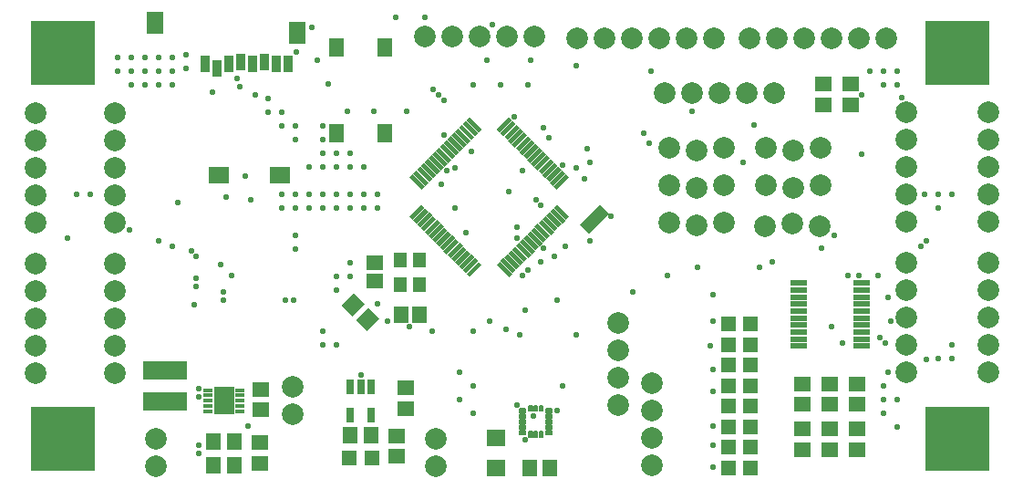
<source format=gbr>
G04 EAGLE Gerber RS-274X export*
G75*
%MOMM*%
%FSLAX34Y34*%
%LPD*%
%INSoldermask Top*%
%IPPOS*%
%AMOC8*
5,1,8,0,0,1.08239X$1,22.5*%
G01*
%ADD10R,1.602000X0.427000*%
%ADD11C,2.006600*%
%ADD12R,1.627000X1.427000*%
%ADD13R,1.427000X1.677000*%
%ADD14R,1.600200X0.482600*%
%ADD15R,1.327000X1.327000*%
%ADD16R,1.427000X1.627000*%
%ADD17R,0.635000X1.447800*%
%ADD18C,0.157409*%
%ADD19R,0.939800X0.381000*%
%ADD20R,1.879600X2.616200*%
%ADD21R,4.027000X1.727000*%
%ADD22R,1.219200X1.294350*%
%ADD23R,5.969000X5.969000*%
%ADD24R,1.727000X1.527000*%
%ADD25R,1.227000X1.427000*%
%ADD26R,1.927000X1.527000*%
%ADD27R,1.527000X2.027000*%
%ADD28R,0.927000X1.627000*%
%ADD29C,0.584200*%


D10*
G36*
X496797Y275333D02*
X508124Y286660D01*
X511143Y283641D01*
X499816Y272314D01*
X496797Y275333D01*
G37*
G36*
X493262Y278869D02*
X504589Y290196D01*
X507608Y287177D01*
X496281Y275850D01*
X493262Y278869D01*
G37*
G36*
X489726Y282404D02*
X501053Y293731D01*
X504072Y290712D01*
X492745Y279385D01*
X489726Y282404D01*
G37*
G36*
X486191Y285940D02*
X497518Y297267D01*
X500537Y294248D01*
X489210Y282921D01*
X486191Y285940D01*
G37*
G36*
X482655Y289475D02*
X493982Y300802D01*
X497001Y297783D01*
X485674Y286456D01*
X482655Y289475D01*
G37*
G36*
X479120Y293011D02*
X490447Y304338D01*
X493466Y301319D01*
X482139Y289992D01*
X479120Y293011D01*
G37*
G36*
X475584Y296546D02*
X486911Y307873D01*
X489930Y304854D01*
X478603Y293527D01*
X475584Y296546D01*
G37*
G36*
X472049Y300082D02*
X483376Y311409D01*
X486395Y308390D01*
X475068Y297063D01*
X472049Y300082D01*
G37*
G36*
X468513Y303618D02*
X479840Y314945D01*
X482859Y311926D01*
X471532Y300599D01*
X468513Y303618D01*
G37*
G36*
X464977Y307153D02*
X476304Y318480D01*
X479323Y315461D01*
X467996Y304134D01*
X464977Y307153D01*
G37*
G36*
X461442Y310689D02*
X472769Y322016D01*
X475788Y318997D01*
X464461Y307670D01*
X461442Y310689D01*
G37*
G36*
X457906Y314224D02*
X469233Y325551D01*
X472252Y322532D01*
X460925Y311205D01*
X457906Y314224D01*
G37*
G36*
X454371Y317760D02*
X465698Y329087D01*
X468717Y326068D01*
X457390Y314741D01*
X454371Y317760D01*
G37*
G36*
X450835Y321295D02*
X462162Y332622D01*
X465181Y329603D01*
X453854Y318276D01*
X450835Y321295D01*
G37*
G36*
X447300Y324831D02*
X458627Y336158D01*
X461646Y333139D01*
X450319Y321812D01*
X447300Y324831D01*
G37*
G36*
X443764Y328366D02*
X455091Y339693D01*
X458110Y336674D01*
X446783Y325347D01*
X443764Y328366D01*
G37*
G36*
X426977Y325347D02*
X415650Y336674D01*
X418669Y339693D01*
X429996Y328366D01*
X426977Y325347D01*
G37*
G36*
X423441Y321812D02*
X412114Y333139D01*
X415133Y336158D01*
X426460Y324831D01*
X423441Y321812D01*
G37*
G36*
X419906Y318276D02*
X408579Y329603D01*
X411598Y332622D01*
X422925Y321295D01*
X419906Y318276D01*
G37*
G36*
X416370Y314741D02*
X405043Y326068D01*
X408062Y329087D01*
X419389Y317760D01*
X416370Y314741D01*
G37*
G36*
X412835Y311205D02*
X401508Y322532D01*
X404527Y325551D01*
X415854Y314224D01*
X412835Y311205D01*
G37*
G36*
X409299Y307670D02*
X397972Y318997D01*
X400991Y322016D01*
X412318Y310689D01*
X409299Y307670D01*
G37*
G36*
X405764Y304134D02*
X394437Y315461D01*
X397456Y318480D01*
X408783Y307153D01*
X405764Y304134D01*
G37*
G36*
X402228Y300599D02*
X390901Y311926D01*
X393920Y314945D01*
X405247Y303618D01*
X402228Y300599D01*
G37*
G36*
X398692Y297063D02*
X387365Y308390D01*
X390384Y311409D01*
X401711Y300082D01*
X398692Y297063D01*
G37*
G36*
X395157Y293527D02*
X383830Y304854D01*
X386849Y307873D01*
X398176Y296546D01*
X395157Y293527D01*
G37*
G36*
X391621Y289992D02*
X380294Y301319D01*
X383313Y304338D01*
X394640Y293011D01*
X391621Y289992D01*
G37*
G36*
X388086Y286456D02*
X376759Y297783D01*
X379778Y300802D01*
X391105Y289475D01*
X388086Y286456D01*
G37*
G36*
X384550Y282921D02*
X373223Y294248D01*
X376242Y297267D01*
X387569Y285940D01*
X384550Y282921D01*
G37*
G36*
X381015Y279385D02*
X369688Y290712D01*
X372707Y293731D01*
X384034Y282404D01*
X381015Y279385D01*
G37*
G36*
X377479Y275850D02*
X366152Y287177D01*
X369171Y290196D01*
X380498Y278869D01*
X377479Y275850D01*
G37*
G36*
X373944Y272314D02*
X362617Y283641D01*
X365636Y286660D01*
X376963Y275333D01*
X373944Y272314D01*
G37*
G36*
X362617Y247219D02*
X373944Y258546D01*
X376963Y255527D01*
X365636Y244200D01*
X362617Y247219D01*
G37*
G36*
X366152Y243683D02*
X377479Y255010D01*
X380498Y251991D01*
X369171Y240664D01*
X366152Y243683D01*
G37*
G36*
X369688Y240148D02*
X381015Y251475D01*
X384034Y248456D01*
X372707Y237129D01*
X369688Y240148D01*
G37*
G36*
X373223Y236612D02*
X384550Y247939D01*
X387569Y244920D01*
X376242Y233593D01*
X373223Y236612D01*
G37*
G36*
X376759Y233077D02*
X388086Y244404D01*
X391105Y241385D01*
X379778Y230058D01*
X376759Y233077D01*
G37*
G36*
X380294Y229541D02*
X391621Y240868D01*
X394640Y237849D01*
X383313Y226522D01*
X380294Y229541D01*
G37*
G36*
X383830Y226006D02*
X395157Y237333D01*
X398176Y234314D01*
X386849Y222987D01*
X383830Y226006D01*
G37*
G36*
X387365Y222470D02*
X398692Y233797D01*
X401711Y230778D01*
X390384Y219451D01*
X387365Y222470D01*
G37*
G36*
X390901Y218934D02*
X402228Y230261D01*
X405247Y227242D01*
X393920Y215915D01*
X390901Y218934D01*
G37*
G36*
X394437Y215399D02*
X405764Y226726D01*
X408783Y223707D01*
X397456Y212380D01*
X394437Y215399D01*
G37*
G36*
X397972Y211863D02*
X409299Y223190D01*
X412318Y220171D01*
X400991Y208844D01*
X397972Y211863D01*
G37*
G36*
X401508Y208328D02*
X412835Y219655D01*
X415854Y216636D01*
X404527Y205309D01*
X401508Y208328D01*
G37*
G36*
X405043Y204792D02*
X416370Y216119D01*
X419389Y213100D01*
X408062Y201773D01*
X405043Y204792D01*
G37*
G36*
X408579Y201257D02*
X419906Y212584D01*
X422925Y209565D01*
X411598Y198238D01*
X408579Y201257D01*
G37*
G36*
X412114Y197721D02*
X423441Y209048D01*
X426460Y206029D01*
X415133Y194702D01*
X412114Y197721D01*
G37*
G36*
X415650Y194186D02*
X426977Y205513D01*
X429996Y202494D01*
X418669Y191167D01*
X415650Y194186D01*
G37*
G36*
X455091Y191167D02*
X443764Y202494D01*
X446783Y205513D01*
X458110Y194186D01*
X455091Y191167D01*
G37*
G36*
X458627Y194702D02*
X447300Y206029D01*
X450319Y209048D01*
X461646Y197721D01*
X458627Y194702D01*
G37*
G36*
X462162Y198238D02*
X450835Y209565D01*
X453854Y212584D01*
X465181Y201257D01*
X462162Y198238D01*
G37*
G36*
X465698Y201773D02*
X454371Y213100D01*
X457390Y216119D01*
X468717Y204792D01*
X465698Y201773D01*
G37*
G36*
X469233Y205309D02*
X457906Y216636D01*
X460925Y219655D01*
X472252Y208328D01*
X469233Y205309D01*
G37*
G36*
X472769Y208844D02*
X461442Y220171D01*
X464461Y223190D01*
X475788Y211863D01*
X472769Y208844D01*
G37*
G36*
X476304Y212380D02*
X464977Y223707D01*
X467996Y226726D01*
X479323Y215399D01*
X476304Y212380D01*
G37*
G36*
X479840Y215915D02*
X468513Y227242D01*
X471532Y230261D01*
X482859Y218934D01*
X479840Y215915D01*
G37*
G36*
X483376Y219451D02*
X472049Y230778D01*
X475068Y233797D01*
X486395Y222470D01*
X483376Y219451D01*
G37*
G36*
X486911Y222987D02*
X475584Y234314D01*
X478603Y237333D01*
X489930Y226006D01*
X486911Y222987D01*
G37*
G36*
X490447Y226522D02*
X479120Y237849D01*
X482139Y240868D01*
X493466Y229541D01*
X490447Y226522D01*
G37*
G36*
X493982Y230058D02*
X482655Y241385D01*
X485674Y244404D01*
X497001Y233077D01*
X493982Y230058D01*
G37*
G36*
X497518Y233593D02*
X486191Y244920D01*
X489210Y247939D01*
X500537Y236612D01*
X497518Y233593D01*
G37*
G36*
X501053Y237129D02*
X489726Y248456D01*
X492745Y251475D01*
X504072Y240148D01*
X501053Y237129D01*
G37*
G36*
X504589Y240664D02*
X493262Y251991D01*
X496281Y255010D01*
X507608Y243683D01*
X504589Y240664D01*
G37*
G36*
X508124Y244200D02*
X496797Y255527D01*
X499816Y258546D01*
X511143Y247219D01*
X508124Y244200D01*
G37*
D11*
X599440Y361950D03*
X624840Y361950D03*
X650240Y361950D03*
X675640Y361950D03*
X701040Y361950D03*
X15240Y241300D03*
X15240Y266700D03*
X15240Y292100D03*
X15240Y317500D03*
X15240Y342900D03*
D12*
X727710Y92050D03*
X727710Y73050D03*
X753110Y31140D03*
X753110Y50140D03*
X753110Y92050D03*
X753110Y73050D03*
X778510Y31140D03*
X778510Y50140D03*
X778510Y92050D03*
X778510Y73050D03*
X727710Y31140D03*
X727710Y50140D03*
D13*
X295000Y404240D03*
X295000Y324740D03*
X340000Y404240D03*
X340000Y324740D03*
D14*
X723900Y185460D03*
X723900Y178960D03*
X723900Y172460D03*
X723900Y165960D03*
X723900Y159460D03*
X723900Y152960D03*
X723900Y146460D03*
X723900Y139960D03*
X723900Y133460D03*
X723900Y126960D03*
X782320Y126960D03*
X782320Y133460D03*
X782320Y139960D03*
X782320Y146460D03*
X782320Y152960D03*
X782320Y159460D03*
X782320Y165960D03*
X782320Y172460D03*
X782320Y178960D03*
X782320Y185460D03*
D11*
X678180Y412750D03*
X703580Y412750D03*
X728980Y412750D03*
X754380Y412750D03*
X779780Y412750D03*
X805180Y412750D03*
X88900Y241300D03*
X88900Y266700D03*
X88900Y292100D03*
X88900Y317500D03*
X88900Y342900D03*
X15240Y101600D03*
X15240Y127000D03*
X15240Y152400D03*
X15240Y177800D03*
X15240Y203200D03*
X88900Y101600D03*
X88900Y127000D03*
X88900Y152400D03*
X88900Y177800D03*
X88900Y203200D03*
X900430Y242570D03*
X900430Y267970D03*
X900430Y293370D03*
X900430Y318770D03*
X900430Y344170D03*
X824230Y242570D03*
X824230Y267970D03*
X824230Y293370D03*
X824230Y318770D03*
X824230Y344170D03*
X900430Y102870D03*
X900430Y128270D03*
X900430Y153670D03*
X900430Y179070D03*
X900430Y204470D03*
X824230Y102870D03*
X824230Y128270D03*
X824230Y153670D03*
X824230Y179070D03*
X824230Y204470D03*
X478790Y414020D03*
X453390Y414020D03*
X427990Y414020D03*
X402590Y414020D03*
X377190Y414020D03*
D15*
X679790Y147320D03*
X658790Y147320D03*
X679790Y128270D03*
X658790Y128270D03*
X679790Y109220D03*
X658790Y109220D03*
X679790Y90170D03*
X658790Y90170D03*
X679790Y71120D03*
X658790Y71120D03*
X679790Y52070D03*
X658790Y52070D03*
X679790Y33020D03*
X658790Y33020D03*
X679790Y13970D03*
X658790Y13970D03*
D12*
X772160Y370180D03*
X772160Y351180D03*
X746760Y370180D03*
X746760Y351180D03*
D11*
X744030Y238530D03*
X718630Y241070D03*
X693230Y238530D03*
D12*
X350520Y24790D03*
X350520Y43790D03*
D16*
X308000Y44450D03*
X327000Y44450D03*
D17*
X327000Y89154D03*
X317500Y89154D03*
X308000Y89154D03*
X308000Y63246D03*
X327000Y63246D03*
D15*
X328000Y22860D03*
X307000Y22860D03*
D12*
X359410Y88240D03*
X359410Y69240D03*
D18*
X489762Y48748D02*
X494758Y48748D01*
X494758Y45552D01*
X489762Y45552D01*
X489762Y48748D01*
X489762Y47047D02*
X494758Y47047D01*
X494758Y48542D02*
X489762Y48542D01*
X489762Y53748D02*
X494758Y53748D01*
X494758Y50552D01*
X489762Y50552D01*
X489762Y53748D01*
X489762Y52047D02*
X494758Y52047D01*
X494758Y53542D02*
X489762Y53542D01*
X489762Y58748D02*
X494758Y58748D01*
X494758Y55552D01*
X489762Y55552D01*
X489762Y58748D01*
X489762Y57047D02*
X494758Y57047D01*
X494758Y58542D02*
X489762Y58542D01*
X489762Y63748D02*
X494758Y63748D01*
X494758Y60552D01*
X489762Y60552D01*
X489762Y63748D01*
X489762Y62047D02*
X494758Y62047D01*
X494758Y63542D02*
X489762Y63542D01*
X489762Y68748D02*
X494758Y68748D01*
X494758Y65552D01*
X489762Y65552D01*
X489762Y68748D01*
X489762Y67047D02*
X494758Y67047D01*
X494758Y68542D02*
X489762Y68542D01*
X483462Y66852D02*
X483462Y71848D01*
X486658Y71848D01*
X486658Y66852D01*
X483462Y66852D01*
X483462Y68347D02*
X486658Y68347D01*
X486658Y69842D02*
X483462Y69842D01*
X483462Y71337D02*
X486658Y71337D01*
X478462Y71848D02*
X478462Y66852D01*
X478462Y71848D02*
X481658Y71848D01*
X481658Y66852D01*
X478462Y66852D01*
X478462Y68347D02*
X481658Y68347D01*
X481658Y69842D02*
X478462Y69842D01*
X478462Y71337D02*
X481658Y71337D01*
X473462Y71848D02*
X473462Y66852D01*
X473462Y71848D02*
X476658Y71848D01*
X476658Y66852D01*
X473462Y66852D01*
X473462Y68347D02*
X476658Y68347D01*
X476658Y69842D02*
X473462Y69842D01*
X473462Y71337D02*
X476658Y71337D01*
X470358Y65552D02*
X465362Y65552D01*
X465362Y68748D01*
X470358Y68748D01*
X470358Y65552D01*
X470358Y67047D02*
X465362Y67047D01*
X465362Y68542D02*
X470358Y68542D01*
X470358Y60552D02*
X465362Y60552D01*
X465362Y63748D01*
X470358Y63748D01*
X470358Y60552D01*
X470358Y62047D02*
X465362Y62047D01*
X465362Y63542D02*
X470358Y63542D01*
X470358Y55552D02*
X465362Y55552D01*
X465362Y58748D01*
X470358Y58748D01*
X470358Y55552D01*
X470358Y57047D02*
X465362Y57047D01*
X465362Y58542D02*
X470358Y58542D01*
X470358Y50552D02*
X465362Y50552D01*
X465362Y53748D01*
X470358Y53748D01*
X470358Y50552D01*
X470358Y52047D02*
X465362Y52047D01*
X465362Y53542D02*
X470358Y53542D01*
X470358Y45552D02*
X465362Y45552D01*
X465362Y48748D01*
X470358Y48748D01*
X470358Y45552D01*
X470358Y47047D02*
X465362Y47047D01*
X465362Y48542D02*
X470358Y48542D01*
X476658Y47448D02*
X476658Y42452D01*
X473462Y42452D01*
X473462Y47448D01*
X476658Y47448D01*
X476658Y43947D02*
X473462Y43947D01*
X473462Y45442D02*
X476658Y45442D01*
X476658Y46937D02*
X473462Y46937D01*
X481658Y47448D02*
X481658Y42452D01*
X478462Y42452D01*
X478462Y47448D01*
X481658Y47448D01*
X481658Y43947D02*
X478462Y43947D01*
X478462Y45442D02*
X481658Y45442D01*
X481658Y46937D02*
X478462Y46937D01*
X486658Y47448D02*
X486658Y42452D01*
X483462Y42452D01*
X483462Y47448D01*
X486658Y47448D01*
X486658Y43947D02*
X483462Y43947D01*
X483462Y45442D02*
X486658Y45442D01*
X486658Y46937D02*
X483462Y46937D01*
D11*
X518160Y412750D03*
X543560Y412750D03*
X568960Y412750D03*
X594360Y412750D03*
X619760Y412750D03*
X645160Y412750D03*
X387350Y15240D03*
X387350Y40640D03*
X254000Y63500D03*
X254000Y88900D03*
D19*
X205232Y66197D03*
X205232Y71199D03*
X205232Y76200D03*
X205232Y81201D03*
X205232Y86203D03*
X175768Y86203D03*
X175768Y81201D03*
X175768Y76200D03*
X175768Y71199D03*
X175768Y66197D03*
D20*
X190500Y76200D03*
D12*
X224790Y86970D03*
X224790Y67970D03*
D16*
X181000Y16510D03*
X200000Y16510D03*
D12*
X223520Y18440D03*
X223520Y37440D03*
D16*
X200000Y38100D03*
X181000Y38100D03*
D21*
X135890Y75670D03*
X135890Y104670D03*
D22*
G36*
X530172Y249233D02*
X538793Y240612D01*
X529642Y231461D01*
X521021Y240082D01*
X530172Y249233D01*
G37*
G36*
X539698Y258759D02*
X548319Y250138D01*
X539168Y240987D01*
X530547Y249608D01*
X539698Y258759D01*
G37*
D23*
X40640Y398780D03*
X871220Y398780D03*
X40640Y40640D03*
X871220Y40640D03*
D11*
X127000Y15240D03*
X127000Y40640D03*
D16*
X493370Y13970D03*
X474370Y13970D03*
D24*
X443230Y41940D03*
X443230Y13940D03*
D25*
X354220Y207080D03*
X354220Y184080D03*
X372220Y184080D03*
X372220Y207080D03*
D16*
X371720Y156210D03*
X354720Y156210D03*
D12*
X330200Y204080D03*
X330200Y187080D03*
D16*
G36*
X310075Y154671D02*
X299985Y164761D01*
X311489Y176265D01*
X321579Y166175D01*
X310075Y154671D01*
G37*
G36*
X323511Y141235D02*
X313421Y151325D01*
X324925Y162829D01*
X335015Y152739D01*
X323511Y141235D01*
G37*
D11*
X556260Y148590D03*
X556260Y123190D03*
X556260Y97790D03*
X556260Y72390D03*
X588010Y92710D03*
X588010Y67310D03*
X588010Y41910D03*
X588010Y16510D03*
X603610Y276130D03*
X629010Y273590D03*
X654410Y276130D03*
X693610Y276130D03*
X719010Y273590D03*
X744410Y276130D03*
X603610Y310890D03*
X629010Y308350D03*
X654410Y310890D03*
X693610Y310890D03*
X719010Y308350D03*
X744410Y310890D03*
X603610Y241370D03*
X629010Y238830D03*
X654410Y241370D03*
D26*
X185390Y285940D03*
X242390Y285940D03*
D27*
X258390Y417440D03*
X126890Y427440D03*
D28*
X173490Y388940D03*
X184490Y384940D03*
X195490Y388940D03*
X206490Y390940D03*
X217490Y388940D03*
X228490Y390940D03*
X239490Y388940D03*
X250490Y388940D03*
D29*
X257500Y400000D03*
X130000Y225000D03*
X295000Y255000D03*
X420000Y307500D03*
X405000Y292500D03*
X415000Y232500D03*
X317500Y100000D03*
X500000Y67500D03*
X405000Y255000D03*
X287500Y370000D03*
X550000Y247500D03*
X307700Y267700D03*
X282300Y267700D03*
X295000Y267700D03*
X307700Y255000D03*
X320400Y255000D03*
X333100Y255000D03*
X320400Y267700D03*
X333100Y267700D03*
X269600Y267700D03*
X282300Y255000D03*
X269600Y255000D03*
X256900Y267700D03*
X256900Y255000D03*
X244200Y267700D03*
X244200Y255000D03*
X307700Y293100D03*
X320400Y293100D03*
X307700Y305800D03*
X295000Y305800D03*
X295000Y293100D03*
X282300Y293100D03*
X282300Y305800D03*
X282300Y318500D03*
X282300Y331200D03*
X269600Y293100D03*
X231500Y356600D03*
X231500Y343900D03*
X244200Y343900D03*
X244200Y331200D03*
X256900Y318500D03*
X256900Y331200D03*
X91800Y394700D03*
X91800Y382000D03*
X104500Y382000D03*
X104500Y369300D03*
X117200Y369300D03*
X117200Y382000D03*
X117200Y394700D03*
X104500Y394700D03*
X129900Y394700D03*
X129900Y382000D03*
X129900Y369300D03*
X142600Y369300D03*
X142600Y382000D03*
X142600Y394700D03*
X53700Y267700D03*
X66400Y267700D03*
X295000Y191500D03*
X295000Y178800D03*
X307700Y204200D03*
X307700Y191500D03*
X333100Y166100D03*
X383900Y140700D03*
X256900Y229600D03*
X256900Y216900D03*
X282300Y128000D03*
X295000Y128000D03*
X282300Y140700D03*
X422000Y64500D03*
X409300Y77200D03*
X422000Y89900D03*
X409300Y102600D03*
X422000Y140700D03*
X815700Y51800D03*
X803000Y64500D03*
X815700Y77200D03*
X803000Y77200D03*
X803000Y89900D03*
X866500Y115300D03*
X866500Y128000D03*
X853800Y115300D03*
X853800Y255000D03*
X866500Y267700D03*
X853800Y267700D03*
X841100Y267700D03*
X803000Y382000D03*
X815700Y382000D03*
X815700Y369300D03*
X803000Y369300D03*
X790300Y382000D03*
X472800Y369300D03*
X447400Y369300D03*
X422000Y369300D03*
X780000Y192500D03*
X837500Y220000D03*
X220000Y360000D03*
X470000Y40000D03*
X467500Y290000D03*
X397500Y290000D03*
X385000Y365000D03*
X782500Y360000D03*
X255000Y170000D03*
X392500Y277500D03*
X492500Y320000D03*
X247500Y170000D03*
X770000Y192500D03*
X687500Y200000D03*
X360000Y345000D03*
X487500Y330000D03*
X205000Y367500D03*
X377500Y432500D03*
X305000Y345000D03*
X350000Y432500D03*
X277500Y392500D03*
X460000Y340000D03*
X475000Y392500D03*
X330000Y345000D03*
X162500Y165000D03*
X192500Y265000D03*
X190000Y170000D03*
X215000Y262500D03*
X190000Y177500D03*
X210000Y285000D03*
X165000Y182500D03*
X165000Y190000D03*
X147500Y260000D03*
X142500Y220000D03*
X187500Y202500D03*
X165000Y210000D03*
X160000Y215000D03*
X102500Y235000D03*
X45000Y227500D03*
X197500Y192500D03*
X745000Y217500D03*
X842500Y225000D03*
X757500Y230000D03*
X820000Y357500D03*
X782500Y305000D03*
X497500Y210000D03*
X797500Y192500D03*
X505000Y90000D03*
X765000Y130000D03*
X807500Y172500D03*
X500000Y170000D03*
X805000Y130000D03*
X842500Y115000D03*
X800000Y135000D03*
X807500Y102500D03*
X755000Y145000D03*
X810000Y150000D03*
X645000Y175000D03*
X645000Y150000D03*
X642500Y127500D03*
X645000Y105000D03*
X507500Y220000D03*
X487500Y217500D03*
X437500Y150000D03*
X570000Y177500D03*
X452500Y142500D03*
X465000Y137500D03*
X470000Y160000D03*
X517500Y137500D03*
X462500Y227500D03*
X530000Y225000D03*
X645000Y85000D03*
X645000Y52500D03*
X645000Y35000D03*
X645000Y15000D03*
X395000Y322500D03*
X625000Y345000D03*
X390000Y360000D03*
X517500Y387500D03*
X435000Y392500D03*
X395000Y355000D03*
X587500Y382500D03*
X180000Y362500D03*
X202500Y375000D03*
X155000Y385000D03*
X155000Y397500D03*
X462500Y237500D03*
X462500Y72500D03*
X167500Y27500D03*
X212500Y52500D03*
X167500Y35000D03*
X167500Y87500D03*
X167500Y80000D03*
X477500Y62500D03*
X505000Y295000D03*
X527500Y310000D03*
X517500Y292500D03*
X342500Y150000D03*
X362500Y145000D03*
X580000Y325000D03*
X682500Y332500D03*
X525000Y282500D03*
X530000Y297500D03*
X480000Y262500D03*
X585000Y315000D03*
X485000Y257500D03*
X485000Y205000D03*
X700000Y205000D03*
X472500Y197500D03*
X630000Y200000D03*
X672500Y297500D03*
X467500Y192500D03*
X602500Y192500D03*
X455000Y270000D03*
X272500Y422500D03*
X440000Y425000D03*
M02*

</source>
